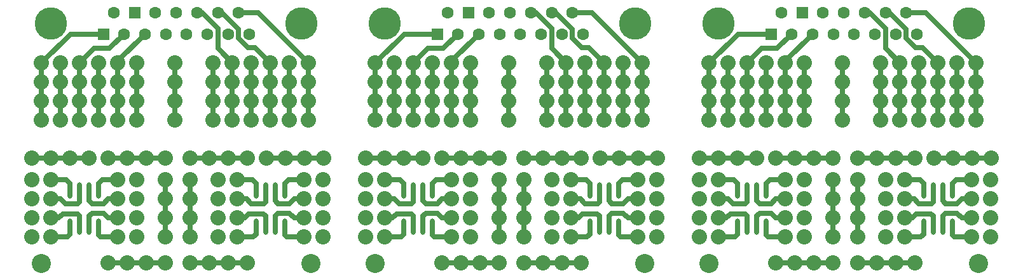
<source format=gtl>
%FSLAX24Y24*%
%MOIN*%
G70*
G01*
G75*
G04 Layer_Physical_Order=1*
G04 Layer_Color=255*
%ADD10O,0.0236X0.0866*%
%ADD11C,0.0250*%
%ADD12C,0.1000*%
%ADD13C,0.0800*%
%ADD14R,0.0630X0.0630*%
%ADD15C,0.0630*%
%ADD16C,0.1700*%
D10*
X26300Y33505D02*
D03*
X26800D02*
D03*
X27300D02*
D03*
X27800D02*
D03*
X26300Y35395D02*
D03*
X26800D02*
D03*
X27300D02*
D03*
X27800D02*
D03*
X16550Y33505D02*
D03*
X17050D02*
D03*
X17550D02*
D03*
X18050D02*
D03*
X16550Y35395D02*
D03*
X17050D02*
D03*
X17550D02*
D03*
X18050D02*
D03*
X43800Y33505D02*
D03*
X44300D02*
D03*
X44800D02*
D03*
X45300D02*
D03*
X43800Y35395D02*
D03*
X44300D02*
D03*
X44800D02*
D03*
X45300D02*
D03*
X34050Y33505D02*
D03*
X34550D02*
D03*
X35050D02*
D03*
X35550D02*
D03*
X34050Y35395D02*
D03*
X34550D02*
D03*
X35050D02*
D03*
X35550D02*
D03*
X61300Y33505D02*
D03*
X61800D02*
D03*
X62300D02*
D03*
X62800D02*
D03*
X61300Y35395D02*
D03*
X61800D02*
D03*
X62300D02*
D03*
X62800D02*
D03*
X51550Y33505D02*
D03*
X52050D02*
D03*
X52550D02*
D03*
X53050D02*
D03*
X51550Y35395D02*
D03*
X52050D02*
D03*
X52550D02*
D03*
X53050D02*
D03*
D11*
X16050Y42100D02*
X16100Y42150D01*
X19925Y44728D02*
X19930Y44732D01*
X23200D02*
X23205Y44728D01*
X18622Y42850D02*
X19385Y43612D01*
X17050Y42100D02*
X17800Y42850D01*
X18622D01*
X19050Y42188D02*
X20475Y43612D01*
X19050Y42100D02*
Y42188D01*
X16562Y43612D02*
X18295D01*
X15050Y42100D02*
X16562Y43612D01*
X23200Y44732D02*
X23468D01*
X24300Y43900D01*
Y43842D02*
Y43900D01*
X24295Y43836D02*
X24300Y43842D01*
X24295Y42855D02*
Y43836D01*
Y42855D02*
X25050Y42100D01*
X24290Y44732D02*
X24518D01*
X25385Y43389D02*
Y43865D01*
X24518Y44732D02*
X25385Y43865D01*
Y43389D02*
X25873Y42900D01*
X26250D01*
X27050Y42100D01*
X25380Y44732D02*
X26418D01*
X29050Y42100D01*
X15550Y32950D02*
X16400D01*
X16550Y33100D01*
Y33505D01*
X18150Y32950D02*
X19050D01*
X18050Y33050D02*
X18150Y32950D01*
X18050Y33050D02*
Y33505D01*
X18250Y35950D02*
X19050D01*
X18050Y35750D02*
X18250Y35950D01*
X18050Y35395D02*
Y35750D01*
X15550Y35950D02*
X16350D01*
X16550Y35750D01*
Y35395D02*
Y35750D01*
X17050Y33505D02*
Y34050D01*
X16163Y34163D02*
X16937D01*
X15550Y33950D02*
X15950D01*
X16937Y34163D02*
X17050Y34050D01*
X15950Y33950D02*
X16163Y34163D01*
X17050Y34800D02*
Y35395D01*
X16950Y34700D02*
X17050Y34800D01*
X16300Y34700D02*
X16950D01*
X16050Y34950D02*
X16300Y34700D01*
X15550Y34950D02*
X16050D01*
X17550Y34850D02*
Y35395D01*
Y34850D02*
X17700Y34700D01*
X18300D01*
X18550Y34950D01*
X19050D01*
X17550Y33505D02*
Y34050D01*
X17700Y34200D01*
X18300D01*
X18550Y33950D01*
X19050D01*
X15050Y39100D02*
Y40100D01*
Y41100D01*
Y42100D01*
X16050Y39100D02*
Y40100D01*
Y41100D01*
Y42100D01*
X17050Y39100D02*
Y40100D01*
Y41100D01*
Y42100D01*
X18050Y39100D02*
Y40100D01*
Y41100D01*
Y42100D01*
X19050Y39100D02*
Y40100D01*
Y41100D01*
Y42100D01*
X20050Y39100D02*
Y40100D01*
Y41100D01*
Y42100D01*
X22050Y39100D02*
Y40100D01*
Y41100D01*
Y42100D01*
X24050Y39100D02*
Y40100D01*
Y41100D01*
Y42100D01*
X25050Y39100D02*
Y40100D01*
Y41100D01*
Y42100D01*
X26050Y39100D02*
Y40100D01*
Y41100D01*
Y42100D01*
X27050Y39100D02*
Y40100D01*
Y41100D01*
Y42100D01*
X28050Y39100D02*
Y40100D01*
Y41100D01*
Y42100D01*
X29050Y39100D02*
Y40100D01*
Y41100D01*
Y42100D01*
X14550Y37100D02*
X15550D01*
X16550D01*
X17550D01*
X18550D02*
X19550D01*
X20550D01*
X21550D01*
X22850D02*
X23850D01*
X24850D01*
X25850D01*
X26850D02*
X27850D01*
X28850D01*
X29850D01*
X21550Y32950D02*
Y33950D01*
Y34950D01*
Y35950D01*
X22850Y32950D02*
Y33950D01*
Y34950D01*
Y35950D01*
X27800Y33050D02*
X27900Y32950D01*
X27800Y33050D02*
Y33505D01*
X27900Y32950D02*
X28800D01*
X27800Y35750D02*
X28000Y35950D01*
X28800D01*
X25300Y32950D02*
X26150D01*
X26300Y33100D01*
Y33505D01*
X27300Y34850D02*
X27450Y34700D01*
X28050D01*
X27300Y34850D02*
Y35395D01*
X28050Y34700D02*
X28300Y34950D01*
X28800D01*
X27300Y33505D02*
Y34050D01*
X27450Y34200D01*
X28050D01*
X28300Y33950D01*
X28800D01*
X25300Y35950D02*
X26100D01*
X26300Y35750D01*
X25300Y33950D02*
X25700D01*
X26800Y33505D02*
Y34050D01*
X25700Y33950D02*
X25913Y34163D01*
X26687D02*
X26800Y34050D01*
X25913Y34163D02*
X26687D01*
X25300Y34950D02*
X25800D01*
X26050Y34700D01*
X26700D01*
X26800Y34800D01*
Y35395D01*
X26300D02*
Y35750D01*
X27800Y35395D02*
Y35750D01*
X22850Y31600D02*
X23850D01*
X24850D01*
X25850D01*
X18550D02*
X19550D01*
X20550D01*
X21550D01*
X33550Y42100D02*
X33600Y42150D01*
X37425Y44728D02*
X37430Y44732D01*
X40700D02*
X40705Y44728D01*
X36122Y42850D02*
X36885Y43612D01*
X34550Y42100D02*
X35300Y42850D01*
X36122D01*
X36550Y42188D02*
X37975Y43612D01*
X36550Y42100D02*
Y42188D01*
X34062Y43612D02*
X35795D01*
X32550Y42100D02*
X34062Y43612D01*
X40700Y44732D02*
X40967D01*
X41800Y43900D01*
Y43842D02*
Y43900D01*
X41795Y43836D02*
X41800Y43842D01*
X41795Y42855D02*
Y43836D01*
Y42855D02*
X42550Y42100D01*
X41790Y44732D02*
X42017D01*
X42885Y43389D02*
Y43865D01*
X42017Y44732D02*
X42885Y43865D01*
Y43389D02*
X43373Y42900D01*
X43750D01*
X44550Y42100D01*
X42880Y44732D02*
X43917D01*
X46550Y42100D01*
X33050Y32950D02*
X33900D01*
X34050Y33100D01*
Y33505D01*
X35650Y32950D02*
X36550D01*
X35550Y33050D02*
X35650Y32950D01*
X35550Y33050D02*
Y33505D01*
X35750Y35950D02*
X36550D01*
X35550Y35750D02*
X35750Y35950D01*
X35550Y35395D02*
Y35750D01*
X33050Y35950D02*
X33850D01*
X34050Y35750D01*
Y35395D02*
Y35750D01*
X34550Y33505D02*
Y34050D01*
X33663Y34163D02*
X34437D01*
X33050Y33950D02*
X33450D01*
X34437Y34163D02*
X34550Y34050D01*
X33450Y33950D02*
X33663Y34163D01*
X34550Y34800D02*
Y35395D01*
X34450Y34700D02*
X34550Y34800D01*
X33800Y34700D02*
X34450D01*
X33550Y34950D02*
X33800Y34700D01*
X33050Y34950D02*
X33550D01*
X35050Y34850D02*
Y35395D01*
Y34850D02*
X35200Y34700D01*
X35800D01*
X36050Y34950D01*
X36550D01*
X35050Y33505D02*
Y34050D01*
X35200Y34200D01*
X35800D01*
X36050Y33950D01*
X36550D01*
X32550Y39100D02*
Y40100D01*
Y41100D01*
Y42100D01*
X33550Y39100D02*
Y40100D01*
Y41100D01*
Y42100D01*
X34550Y39100D02*
Y40100D01*
Y41100D01*
Y42100D01*
X35550Y39100D02*
Y40100D01*
Y41100D01*
Y42100D01*
X36550Y39100D02*
Y40100D01*
Y41100D01*
Y42100D01*
X37550Y39100D02*
Y40100D01*
Y41100D01*
Y42100D01*
X39550Y39100D02*
Y40100D01*
Y41100D01*
Y42100D01*
X41550Y39100D02*
Y40100D01*
Y41100D01*
Y42100D01*
X42550Y39100D02*
Y40100D01*
Y41100D01*
Y42100D01*
X43550Y39100D02*
Y40100D01*
Y41100D01*
Y42100D01*
X44550Y39100D02*
Y40100D01*
Y41100D01*
Y42100D01*
X45550Y39100D02*
Y40100D01*
Y41100D01*
Y42100D01*
X46550Y39100D02*
Y40100D01*
Y41100D01*
Y42100D01*
X32050Y37100D02*
X33050D01*
X34050D01*
X35050D01*
X36050D02*
X37050D01*
X38050D01*
X39050D01*
X40350D02*
X41350D01*
X42350D01*
X43350D01*
X44350D02*
X45350D01*
X46350D01*
X47350D01*
X39050Y32950D02*
Y33950D01*
Y34950D01*
Y35950D01*
X40350Y32950D02*
Y33950D01*
Y34950D01*
Y35950D01*
X45300Y33050D02*
X45400Y32950D01*
X45300Y33050D02*
Y33505D01*
X45400Y32950D02*
X46300D01*
X45300Y35750D02*
X45500Y35950D01*
X46300D01*
X42800Y32950D02*
X43650D01*
X43800Y33100D01*
Y33505D01*
X44800Y34850D02*
X44950Y34700D01*
X45550D01*
X44800Y34850D02*
Y35395D01*
X45550Y34700D02*
X45800Y34950D01*
X46300D01*
X44800Y33505D02*
Y34050D01*
X44950Y34200D01*
X45550D01*
X45800Y33950D01*
X46300D01*
X42800Y35950D02*
X43600D01*
X43800Y35750D01*
X42800Y33950D02*
X43200D01*
X44300Y33505D02*
Y34050D01*
X43200Y33950D02*
X43413Y34163D01*
X44187D02*
X44300Y34050D01*
X43413Y34163D02*
X44187D01*
X42800Y34950D02*
X43300D01*
X43550Y34700D01*
X44200D01*
X44300Y34800D01*
Y35395D01*
X43800D02*
Y35750D01*
X45300Y35395D02*
Y35750D01*
X40350Y31600D02*
X41350D01*
X42350D01*
X43350D01*
X36050D02*
X37050D01*
X38050D01*
X39050D01*
X51050Y42100D02*
X51100Y42150D01*
X54925Y44728D02*
X54930Y44732D01*
X58200D02*
X58205Y44728D01*
X53622Y42850D02*
X54385Y43612D01*
X52050Y42100D02*
X52800Y42850D01*
X53622D01*
X54050Y42188D02*
X55475Y43612D01*
X54050Y42100D02*
Y42188D01*
X51562Y43612D02*
X53295D01*
X50050Y42100D02*
X51562Y43612D01*
X58200Y44732D02*
X58467D01*
X59300Y43900D01*
Y43842D02*
Y43900D01*
X59295Y43836D02*
X59300Y43842D01*
X59295Y42855D02*
Y43836D01*
Y42855D02*
X60050Y42100D01*
X59290Y44732D02*
X59517D01*
X60385Y43389D02*
Y43865D01*
X59517Y44732D02*
X60385Y43865D01*
Y43389D02*
X60873Y42900D01*
X61250D01*
X62050Y42100D01*
X60380Y44732D02*
X61417D01*
X64050Y42100D01*
X50550Y32950D02*
X51400D01*
X51550Y33100D01*
Y33505D01*
X53150Y32950D02*
X54050D01*
X53050Y33050D02*
X53150Y32950D01*
X53050Y33050D02*
Y33505D01*
X53250Y35950D02*
X54050D01*
X53050Y35750D02*
X53250Y35950D01*
X53050Y35395D02*
Y35750D01*
X50550Y35950D02*
X51350D01*
X51550Y35750D01*
Y35395D02*
Y35750D01*
X52050Y33505D02*
Y34050D01*
X51163Y34163D02*
X51937D01*
X50550Y33950D02*
X50950D01*
X51937Y34163D02*
X52050Y34050D01*
X50950Y33950D02*
X51163Y34163D01*
X52050Y34800D02*
Y35395D01*
X51950Y34700D02*
X52050Y34800D01*
X51300Y34700D02*
X51950D01*
X51050Y34950D02*
X51300Y34700D01*
X50550Y34950D02*
X51050D01*
X52550Y34850D02*
Y35395D01*
Y34850D02*
X52700Y34700D01*
X53300D01*
X53550Y34950D01*
X54050D01*
X52550Y33505D02*
Y34050D01*
X52700Y34200D01*
X53300D01*
X53550Y33950D01*
X54050D01*
X50050Y39100D02*
Y40100D01*
Y41100D01*
Y42100D01*
X51050Y39100D02*
Y40100D01*
Y41100D01*
Y42100D01*
X52050Y39100D02*
Y40100D01*
Y41100D01*
Y42100D01*
X53050Y39100D02*
Y40100D01*
Y41100D01*
Y42100D01*
X54050Y39100D02*
Y40100D01*
Y41100D01*
Y42100D01*
X55050Y39100D02*
Y40100D01*
Y41100D01*
Y42100D01*
X57050Y39100D02*
Y40100D01*
Y41100D01*
Y42100D01*
X59050Y39100D02*
Y40100D01*
Y41100D01*
Y42100D01*
X60050Y39100D02*
Y40100D01*
Y41100D01*
Y42100D01*
X61050Y39100D02*
Y40100D01*
Y41100D01*
Y42100D01*
X62050Y39100D02*
Y40100D01*
Y41100D01*
Y42100D01*
X63050Y39100D02*
Y40100D01*
Y41100D01*
Y42100D01*
X64050Y39100D02*
Y40100D01*
Y41100D01*
Y42100D01*
X49550Y37100D02*
X50550D01*
X51550D01*
X52550D01*
X53550D02*
X54550D01*
X55550D01*
X56550D01*
X57850D02*
X58850D01*
X59850D01*
X60850D01*
X61850D02*
X62850D01*
X63850D01*
X64850D01*
X56550Y32950D02*
Y33950D01*
Y34950D01*
Y35950D01*
X57850Y32950D02*
Y33950D01*
Y34950D01*
Y35950D01*
X62800Y33050D02*
X62900Y32950D01*
X62800Y33050D02*
Y33505D01*
X62900Y32950D02*
X63800D01*
X62800Y35750D02*
X63000Y35950D01*
X63800D01*
X60300Y32950D02*
X61150D01*
X61300Y33100D01*
Y33505D01*
X62300Y34850D02*
X62450Y34700D01*
X63050D01*
X62300Y34850D02*
Y35395D01*
X63050Y34700D02*
X63300Y34950D01*
X63800D01*
X62300Y33505D02*
Y34050D01*
X62450Y34200D01*
X63050D01*
X63300Y33950D01*
X63800D01*
X60300Y35950D02*
X61100D01*
X61300Y35750D01*
X60300Y33950D02*
X60700D01*
X61800Y33505D02*
Y34050D01*
X60700Y33950D02*
X60913Y34163D01*
X61687D02*
X61800Y34050D01*
X60913Y34163D02*
X61687D01*
X60300Y34950D02*
X60800D01*
X61050Y34700D01*
X61700D01*
X61800Y34800D01*
Y35395D01*
X61300D02*
Y35750D01*
X62800Y35395D02*
Y35750D01*
X57850Y31600D02*
X58850D01*
X59850D01*
X60850D01*
X53550D02*
X54550D01*
X55550D01*
X56550D01*
D12*
X29170Y31550D02*
D03*
X15050D02*
D03*
X46670D02*
D03*
X32550D02*
D03*
X64170D02*
D03*
X50050D02*
D03*
D13*
X22850Y31600D02*
D03*
X24850D02*
D03*
X25850D02*
D03*
X23850D02*
D03*
X18550D02*
D03*
X20550D02*
D03*
X21550D02*
D03*
X19550D02*
D03*
X25300Y32950D02*
D03*
X14550Y37100D02*
D03*
X26850D02*
D03*
X16550D02*
D03*
X28850D02*
D03*
X17550D02*
D03*
X29850D02*
D03*
X15550D02*
D03*
X27850D02*
D03*
X29800Y32950D02*
D03*
X20050D02*
D03*
X28800D02*
D03*
X19050D02*
D03*
X29800Y35950D02*
D03*
X20050D02*
D03*
X28800D02*
D03*
X19050D02*
D03*
X15550Y32950D02*
D03*
X24300D02*
D03*
X14550D02*
D03*
X28800Y34950D02*
D03*
X19050D02*
D03*
X29800Y33950D02*
D03*
X20050D02*
D03*
X29800Y34950D02*
D03*
X20050D02*
D03*
X28800Y33950D02*
D03*
X19050D02*
D03*
X24300Y35950D02*
D03*
X14550D02*
D03*
X25300D02*
D03*
X15550D02*
D03*
X25300Y33950D02*
D03*
X15550D02*
D03*
X24300D02*
D03*
X14550D02*
D03*
X24300Y34950D02*
D03*
X14550D02*
D03*
X25300D02*
D03*
X15550D02*
D03*
X22850Y32950D02*
D03*
X21550D02*
D03*
X18550Y37100D02*
D03*
X22850D02*
D03*
Y35950D02*
D03*
X21550Y33950D02*
D03*
X20550Y37100D02*
D03*
X24850D02*
D03*
X22850Y34950D02*
D03*
X21550D02*
D03*
Y37100D02*
D03*
X25850D02*
D03*
X22850Y33950D02*
D03*
X21550Y35950D02*
D03*
X19550Y37100D02*
D03*
X23850D02*
D03*
X28050Y41100D02*
D03*
X15050Y42100D02*
D03*
X17050D02*
D03*
X19050D02*
D03*
X24050D02*
D03*
X26050D02*
D03*
X16050D02*
D03*
X18050Y41100D02*
D03*
X20050Y42100D02*
D03*
X22050D02*
D03*
X25050D02*
D03*
X27050D02*
D03*
X29050Y41100D02*
D03*
X15050Y40100D02*
D03*
X17050Y41100D02*
D03*
X19050D02*
D03*
X24050D02*
D03*
X26050D02*
D03*
X28050Y42100D02*
D03*
X16050Y40100D02*
D03*
X18050D02*
D03*
X20050Y41100D02*
D03*
X22050D02*
D03*
X25050D02*
D03*
X27050Y40100D02*
D03*
X29050D02*
D03*
X15050Y39100D02*
D03*
X17050Y40100D02*
D03*
X19050D02*
D03*
X24050D02*
D03*
X26050D02*
D03*
X28050Y39100D02*
D03*
X16050D02*
D03*
X18050D02*
D03*
X20050Y40100D02*
D03*
X22050D02*
D03*
X25050D02*
D03*
X27050Y41100D02*
D03*
X29050Y39100D02*
D03*
X15050Y41100D02*
D03*
X17050Y39100D02*
D03*
X19050D02*
D03*
X24050D02*
D03*
X26050D02*
D03*
X28050Y40100D02*
D03*
X16050Y41100D02*
D03*
X18050Y42100D02*
D03*
X20050Y39100D02*
D03*
X22050D02*
D03*
X25050D02*
D03*
X27050D02*
D03*
X29050Y42100D02*
D03*
X40350Y31600D02*
D03*
X42350D02*
D03*
X43350D02*
D03*
X41350D02*
D03*
X36050D02*
D03*
X38050D02*
D03*
X39050D02*
D03*
X37050D02*
D03*
X42800Y32950D02*
D03*
X32050Y37100D02*
D03*
X44350D02*
D03*
X34050D02*
D03*
X46350D02*
D03*
X35050D02*
D03*
X47350D02*
D03*
X33050D02*
D03*
X45350D02*
D03*
X47300Y32950D02*
D03*
X37550D02*
D03*
X46300D02*
D03*
X36550D02*
D03*
X47300Y35950D02*
D03*
X37550D02*
D03*
X46300D02*
D03*
X36550D02*
D03*
X33050Y32950D02*
D03*
X41800D02*
D03*
X32050D02*
D03*
X46300Y34950D02*
D03*
X36550D02*
D03*
X47300Y33950D02*
D03*
X37550D02*
D03*
X47300Y34950D02*
D03*
X37550D02*
D03*
X46300Y33950D02*
D03*
X36550D02*
D03*
X41800Y35950D02*
D03*
X32050D02*
D03*
X42800D02*
D03*
X33050D02*
D03*
X42800Y33950D02*
D03*
X33050D02*
D03*
X41800D02*
D03*
X32050D02*
D03*
X41800Y34950D02*
D03*
X32050D02*
D03*
X42800D02*
D03*
X33050D02*
D03*
X40350Y32950D02*
D03*
X39050D02*
D03*
X36050Y37100D02*
D03*
X40350D02*
D03*
Y35950D02*
D03*
X39050Y33950D02*
D03*
X38050Y37100D02*
D03*
X42350D02*
D03*
X40350Y34950D02*
D03*
X39050D02*
D03*
Y37100D02*
D03*
X43350D02*
D03*
X40350Y33950D02*
D03*
X39050Y35950D02*
D03*
X37050Y37100D02*
D03*
X41350D02*
D03*
X45550Y41100D02*
D03*
X32550Y42100D02*
D03*
X34550D02*
D03*
X36550D02*
D03*
X41550D02*
D03*
X43550D02*
D03*
X33550D02*
D03*
X35550Y41100D02*
D03*
X37550Y42100D02*
D03*
X39550D02*
D03*
X42550D02*
D03*
X44550D02*
D03*
X46550Y41100D02*
D03*
X32550Y40100D02*
D03*
X34550Y41100D02*
D03*
X36550D02*
D03*
X41550D02*
D03*
X43550D02*
D03*
X45550Y42100D02*
D03*
X33550Y40100D02*
D03*
X35550D02*
D03*
X37550Y41100D02*
D03*
X39550D02*
D03*
X42550D02*
D03*
X44550Y40100D02*
D03*
X46550D02*
D03*
X32550Y39100D02*
D03*
X34550Y40100D02*
D03*
X36550D02*
D03*
X41550D02*
D03*
X43550D02*
D03*
X45550Y39100D02*
D03*
X33550D02*
D03*
X35550D02*
D03*
X37550Y40100D02*
D03*
X39550D02*
D03*
X42550D02*
D03*
X44550Y41100D02*
D03*
X46550Y39100D02*
D03*
X32550Y41100D02*
D03*
X34550Y39100D02*
D03*
X36550D02*
D03*
X41550D02*
D03*
X43550D02*
D03*
X45550Y40100D02*
D03*
X33550Y41100D02*
D03*
X35550Y42100D02*
D03*
X37550Y39100D02*
D03*
X39550D02*
D03*
X42550D02*
D03*
X44550D02*
D03*
X46550Y42100D02*
D03*
X57850Y31600D02*
D03*
X59850D02*
D03*
X60850D02*
D03*
X58850D02*
D03*
X53550D02*
D03*
X55550D02*
D03*
X56550D02*
D03*
X54550D02*
D03*
X60300Y32950D02*
D03*
X49550Y37100D02*
D03*
X61850D02*
D03*
X51550D02*
D03*
X63850D02*
D03*
X52550D02*
D03*
X64850D02*
D03*
X50550D02*
D03*
X62850D02*
D03*
X64800Y32950D02*
D03*
X55050D02*
D03*
X63800D02*
D03*
X54050D02*
D03*
X64800Y35950D02*
D03*
X55050D02*
D03*
X63800D02*
D03*
X54050D02*
D03*
X50550Y32950D02*
D03*
X59300D02*
D03*
X49550D02*
D03*
X63800Y34950D02*
D03*
X54050D02*
D03*
X64800Y33950D02*
D03*
X55050D02*
D03*
X64800Y34950D02*
D03*
X55050D02*
D03*
X63800Y33950D02*
D03*
X54050D02*
D03*
X59300Y35950D02*
D03*
X49550D02*
D03*
X60300D02*
D03*
X50550D02*
D03*
X60300Y33950D02*
D03*
X50550D02*
D03*
X59300D02*
D03*
X49550D02*
D03*
X59300Y34950D02*
D03*
X49550D02*
D03*
X60300D02*
D03*
X50550D02*
D03*
X57850Y32950D02*
D03*
X56550D02*
D03*
X53550Y37100D02*
D03*
X57850D02*
D03*
Y35950D02*
D03*
X56550Y33950D02*
D03*
X55550Y37100D02*
D03*
X59850D02*
D03*
X57850Y34950D02*
D03*
X56550D02*
D03*
Y37100D02*
D03*
X60850D02*
D03*
X57850Y33950D02*
D03*
X56550Y35950D02*
D03*
X54550Y37100D02*
D03*
X58850D02*
D03*
X63050Y41100D02*
D03*
X50050Y42100D02*
D03*
X52050D02*
D03*
X54050D02*
D03*
X59050D02*
D03*
X61050D02*
D03*
X51050D02*
D03*
X53050Y41100D02*
D03*
X55050Y42100D02*
D03*
X57050D02*
D03*
X60050D02*
D03*
X62050D02*
D03*
X64050Y41100D02*
D03*
X50050Y40100D02*
D03*
X52050Y41100D02*
D03*
X54050D02*
D03*
X59050D02*
D03*
X61050D02*
D03*
X63050Y42100D02*
D03*
X51050Y40100D02*
D03*
X53050D02*
D03*
X55050Y41100D02*
D03*
X57050D02*
D03*
X60050D02*
D03*
X62050Y40100D02*
D03*
X64050D02*
D03*
X50050Y39100D02*
D03*
X52050Y40100D02*
D03*
X54050D02*
D03*
X59050D02*
D03*
X61050D02*
D03*
X63050Y39100D02*
D03*
X51050D02*
D03*
X53050D02*
D03*
X55050Y40100D02*
D03*
X57050D02*
D03*
X60050D02*
D03*
X62050Y41100D02*
D03*
X64050Y39100D02*
D03*
X50050Y41100D02*
D03*
X52050Y39100D02*
D03*
X54050D02*
D03*
X59050D02*
D03*
X61050D02*
D03*
X63050Y40100D02*
D03*
X51050Y41100D02*
D03*
X53050Y42100D02*
D03*
X55050Y39100D02*
D03*
X57050D02*
D03*
X60050D02*
D03*
X62050D02*
D03*
X64050Y42100D02*
D03*
D14*
X18295Y43612D02*
D03*
X19930Y44732D02*
D03*
X35795Y43612D02*
D03*
X37430Y44732D02*
D03*
X53295Y43612D02*
D03*
X54930Y44732D02*
D03*
D15*
X19385Y43612D02*
D03*
X20475D02*
D03*
X21565D02*
D03*
X22655D02*
D03*
X23745D02*
D03*
X24835D02*
D03*
X25925D02*
D03*
X18840Y44732D02*
D03*
X21020D02*
D03*
X22110D02*
D03*
X23200D02*
D03*
X24290D02*
D03*
X25380D02*
D03*
X36885Y43612D02*
D03*
X37975D02*
D03*
X39065D02*
D03*
X40155D02*
D03*
X41245D02*
D03*
X42335D02*
D03*
X43425D02*
D03*
X36340Y44732D02*
D03*
X38520D02*
D03*
X39610D02*
D03*
X40700D02*
D03*
X41790D02*
D03*
X42880D02*
D03*
X54385Y43612D02*
D03*
X55475D02*
D03*
X56565D02*
D03*
X57655D02*
D03*
X58745D02*
D03*
X59835D02*
D03*
X60925D02*
D03*
X53840Y44732D02*
D03*
X56020D02*
D03*
X57110D02*
D03*
X58200D02*
D03*
X59290D02*
D03*
X60380D02*
D03*
D16*
X28670Y44173D02*
D03*
X15550D02*
D03*
X46170D02*
D03*
X33050D02*
D03*
X63670D02*
D03*
X50550D02*
D03*
M02*

</source>
